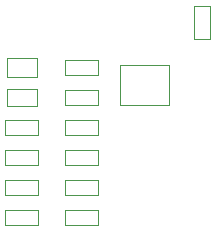
<source format=gbr>
G04 #@! TF.FileFunction,Other,User*
%FSLAX46Y46*%
G04 Gerber Fmt 4.6, Leading zero omitted, Abs format (unit mm)*
G04 Created by KiCad (PCBNEW 4.0.6) date Tuesday 10. October 2017 13:08:52*
%MOMM*%
%LPD*%
G01*
G04 APERTURE LIST*
%ADD10C,0.100000*%
%ADD11C,0.050000*%
G04 APERTURE END LIST*
D10*
D11*
X187340000Y-99190000D02*
X187340000Y-96390000D01*
X187340000Y-99190000D02*
X186040000Y-99190000D01*
X186040000Y-96390000D02*
X187340000Y-96390000D01*
X186040000Y-96390000D02*
X186040000Y-99190000D01*
X177930000Y-113650000D02*
X175130000Y-113650000D01*
X177930000Y-113650000D02*
X177930000Y-114950000D01*
X175130000Y-114950000D02*
X175130000Y-113650000D01*
X175130000Y-114950000D02*
X177930000Y-114950000D01*
X177930000Y-111110000D02*
X175130000Y-111110000D01*
X177930000Y-111110000D02*
X177930000Y-112410000D01*
X175130000Y-112410000D02*
X175130000Y-111110000D01*
X175130000Y-112410000D02*
X177930000Y-112410000D01*
X177930000Y-108570000D02*
X175130000Y-108570000D01*
X177930000Y-108570000D02*
X177930000Y-109870000D01*
X175130000Y-109870000D02*
X175130000Y-108570000D01*
X175130000Y-109870000D02*
X177930000Y-109870000D01*
X177930000Y-106030000D02*
X175130000Y-106030000D01*
X177930000Y-106030000D02*
X177930000Y-107330000D01*
X175130000Y-107330000D02*
X175130000Y-106030000D01*
X175130000Y-107330000D02*
X177930000Y-107330000D01*
X177930000Y-103490000D02*
X175130000Y-103490000D01*
X177930000Y-103490000D02*
X177930000Y-104790000D01*
X175130000Y-104790000D02*
X175130000Y-103490000D01*
X175130000Y-104790000D02*
X177930000Y-104790000D01*
X177930000Y-100950000D02*
X175130000Y-100950000D01*
X177930000Y-100950000D02*
X177930000Y-102250000D01*
X175130000Y-102250000D02*
X175130000Y-100950000D01*
X175130000Y-102250000D02*
X177930000Y-102250000D01*
X172850000Y-113650000D02*
X170050000Y-113650000D01*
X172850000Y-113650000D02*
X172850000Y-114950000D01*
X170050000Y-114950000D02*
X170050000Y-113650000D01*
X170050000Y-114950000D02*
X172850000Y-114950000D01*
X172850000Y-111110000D02*
X170050000Y-111110000D01*
X172850000Y-111110000D02*
X172850000Y-112410000D01*
X170050000Y-112410000D02*
X170050000Y-111110000D01*
X170050000Y-112410000D02*
X172850000Y-112410000D01*
X172850000Y-108570000D02*
X170050000Y-108570000D01*
X172850000Y-108570000D02*
X172850000Y-109870000D01*
X170050000Y-109870000D02*
X170050000Y-108570000D01*
X170050000Y-109870000D02*
X172850000Y-109870000D01*
X172850000Y-106030000D02*
X170050000Y-106030000D01*
X172850000Y-106030000D02*
X172850000Y-107330000D01*
X170050000Y-107330000D02*
X170050000Y-106030000D01*
X170050000Y-107330000D02*
X172850000Y-107330000D01*
X170200000Y-104840000D02*
X172700000Y-104840000D01*
X170200000Y-104840000D02*
X170200000Y-103440000D01*
X172700000Y-103440000D02*
X172700000Y-104840000D01*
X172700000Y-103440000D02*
X170200000Y-103440000D01*
X172750000Y-100800000D02*
X170150000Y-100800000D01*
X172750000Y-102400000D02*
X170150000Y-102400000D01*
X172750000Y-100800000D02*
X172750000Y-102400000D01*
X170150000Y-100800000D02*
X170150000Y-102400000D01*
X183938600Y-101347800D02*
X183938600Y-104747800D01*
X183938600Y-104747800D02*
X179738600Y-104747800D01*
X179738600Y-104747800D02*
X179738600Y-101347800D01*
X179738600Y-101347800D02*
X183938600Y-101347800D01*
M02*

</source>
